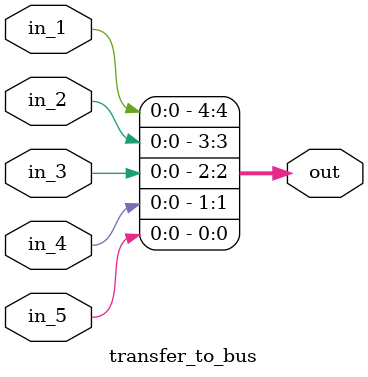
<source format=sv>
module	transfer_to_bus	(	
			input	logic	in_1,  // short pulse every start of frame 30Hz 
			input	logic	in_2,
			input	logic	in_3,
			input logic in_4,
			input logic in_5,
						
			output logic [4:0] out // active in case of collision between wall 
);

assign out = {in_1, in_2, in_3, in_4, in_5};

endmodule 
</source>
